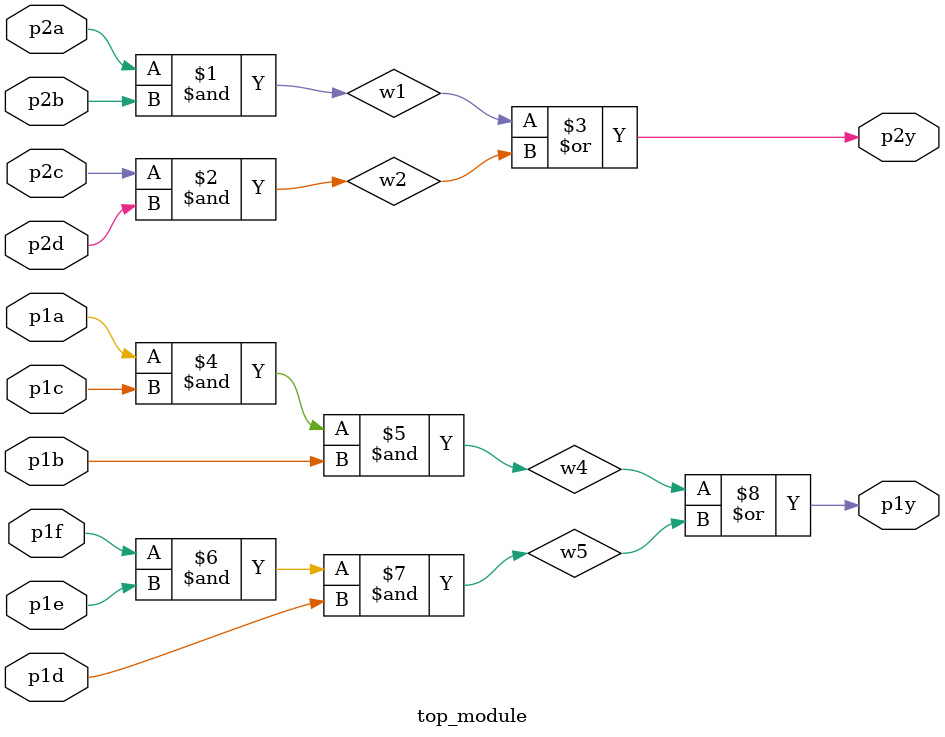
<source format=v>
module top_module ( 
    input p1a, p1b, p1c, p1d, p1e, p1f,
    output p1y,
    input p2a, p2b, p2c, p2d,
    output p2y );
wire w1,w2,w4,w5;
    assign w1= p2a & p2b;
    assign w2=p2c&p2d;
    assign p2y=w1|w2;
    assign w4=p1a & p1c & p1b;
    assign w5=p1f & p1e & p1d;
    assign p1y=w4|w5;

endmodule

</source>
